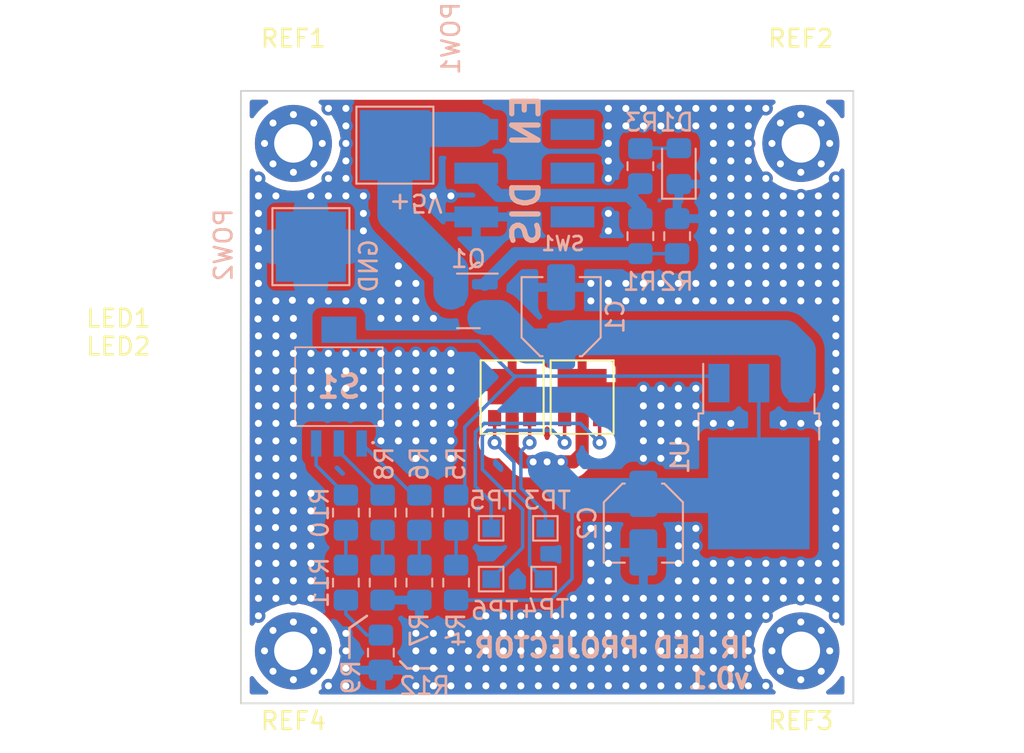
<source format=kicad_pcb>
(kicad_pcb (version 20210824) (generator pcbnew)
  (layers (0 "F.Cu" signal) (31 "B.Cu" signal) (34 "B.Paste" user) (35 "F.Paste" user) (36 "B.SilkS" user "B.Silkscreen") (37 "F.SilkS" user "F.Silkscreen") (38 "B.Mask" user) (39 "F.Mask" user) (44 "Edge.Cuts" user))
  (net 0 "")
  (net 1 "GND")
  (net 2 "Net-(D1-Pad2)")
  (net 3 "Net-(C1-Pad1)")
  (net 4 "+5V")
  (net 5 "Net-(C2-Pad1)")
  (net 6 "Net-(R4-Pad2)")
  (net 7 "Net-(R5-Pad2)")
  (net 8 "Net-(R6-Pad2)")
  (net 9 "Net-(R8-Pad2)")
  (net 10 "Net-(R10-Pad2)")
  (net 11 "Net-(R11-Pad2)")
  (net 12 "/2,4V")
  (net 13 "/2,6V")
  (net 14 "/2,8V")
  (net 15 "Net-(LED2-Pad1)")
  (net 16 "Net-(LED1-Pad1)")
  (net 17 "Net-(LED1-Pad3)")
  (net 18 "Net-(LED2-Pad3)")
  (net 19 "Net-(R1-Pad1)")
  (net 20 "Net-(Q1-Pad1)")
  (footprint "MountingHole:MountingHole_2.2mm_M2_Pad_Via" (layer "F.Cu") (at 103 132)
    (fp_text reference "REF4")
    (fp_text value "MountingHole_2.2mm_M2_Pad_Via")
  )
  (footprint "MountingHole:MountingHole_2.2mm_M2_Pad_Via" (layer "F.Cu") (at 103 103)
    (fp_text reference "REF1")
    (fp_text value "MountingHole_2.2mm_M2_Pad_Via")
  )
  (footprint "Belago1.1:Belago1.1" (layer "F.Cu") (at 119.5 117.5)
    (fp_text reference "LED2")
    (fp_text value "Belago1.1")
  )
  (footprint "MountingHole:MountingHole_2.2mm_M2_Pad_Via" (layer "F.Cu") (at 132 132)
    (fp_text reference "REF3")
    (fp_text value "MountingHole_2.2mm_M2_Pad_Via")
  )
  (footprint "Belago1.1:Belago1.1" (layer "F.Cu") (at 115.5 117.5)
    (fp_text reference "LED1")
    (fp_text value "Belago1.1")
  )
  (footprint "MountingHole:MountingHole_2.2mm_M2_Pad_Via" (layer "F.Cu") (at 132 103)
    (fp_text reference "REF2")
    (fp_text value "MountingHole_2.2mm_M2_Pad_Via")
  )
  (footprint "Resistor_SMD:R_0805_2012Metric_Pad1.20x1.40mm_HandSolder" (layer "B.Cu") (at 122.83 104.3 90)
    (fp_text reference "R3")
    (fp_text value "147")
  )
  (footprint "Resistor_SMD:R_0805_2012Metric_Pad1.20x1.40mm_HandSolder" (layer "B.Cu") (at 108.1 124.1 -90)
    (fp_text reference "R8")
    (fp_text value "1k")
  )
  (footprint "Resistor_SMD:R_0805_2012Metric_Pad1.20x1.40mm_HandSolder" (layer "B.Cu") (at 106 128.1 -90)
    (fp_text reference "R11")
    (fp_text value "200")
  )
  (footprint "TestPoint:TestPoint_Pad_1.0x1.0mm" (layer "B.Cu") (at 117.3 127.9 180)
    (fp_text reference "TP4")
    (fp_text value "TestPoint")
  )
  (footprint "TestPoint:TestPoint_Pad_1.0x1.0mm" (layer "B.Cu") (at 114.3 125 180)
    (fp_text reference "TP5")
    (fp_text value "TestPoint")
  )
  (footprint "TestPoint:TestPoint_Pad_4.0x4.0mm" (layer "B.Cu") (at 108.8 103.1 180)
    (fp_text reference "POW1")
    (fp_text value "TestPoint_Flag")
  )
  (footprint "Package_TO_SOT_SMD:SOT-23" (layer "B.Cu") (at 113 112 180)
    (fp_text reference "Q1")
    (fp_text value "TSM2301ACX")
  )
  (footprint "Capacitor_SMD:C_Elec_4x5.4" (layer "B.Cu") (at 118.3 112.9 90)
    (fp_text reference "C1")
    (fp_text value "10µF")
  )
  (footprint "Resistor_SMD:R_0805_2012Metric_Pad1.20x1.40mm_HandSolder" (layer "B.Cu") (at 124.93 108.3 90)
    (fp_text reference "R2")
    (fp_text value "1k")
  )
  (footprint "Resistor_SMD:R_0805_2012Metric_Pad1.20x1.40mm_HandSolder" (layer "B.Cu") (at 122.83 108.3 -90)
    (fp_text reference "R1")
    (fp_text value "100")
  )
  (footprint "JS202011SCQN:SW_JS202011SCQN" (layer "B.Cu") (at 116.2 104.7 90)
    (fp_text reference "SW1")
    (fp_text value "JS202011SCQN")
  )
  (footprint "Resistor_SMD:R_0805_2012Metric_Pad1.20x1.40mm_HandSolder" (layer "B.Cu") (at 112.3 124.1 90)
    (fp_text reference "R5")
    (fp_text value "100")
  )
  (footprint "TestPoint:TestPoint_Pad_1.0x1.0mm" (layer "B.Cu") (at 114.3 127.9 180)
    (fp_text reference "TP6")
    (fp_text value "TestPoint")
  )
  (footprint "Package_TO_SOT_SMD:TO-252-3_TabPin2" (layer "B.Cu") (at 129.6 120.9 -90)
    (fp_text reference "U1")
    (fp_text value "AZ1084-ADJ")
  )
  (footprint "Resistor_SMD:R_0805_2012Metric_Pad1.20x1.40mm_HandSolder" (layer "B.Cu") (at 106 124.1 -90)
    (fp_text reference "R10")
    (fp_text value "1k")
  )
  (footprint "Resistor_SMD:R_0805_2012Metric_Pad1.20x1.40mm_HandSolder" (layer "B.Cu") (at 110.2 124.1 -90)
    (fp_text reference "R6")
    (fp_text value "1k")
  )
  (footprint "Capacitor_SMD:C_Elec_4x5.4" (layer "B.Cu") (at 123 124.7 -90)
    (fp_text reference "C2")
    (fp_text value "22µF")
  )
  (footprint "Diode_SMD:D_0805_2012Metric_Pad1.15x1.40mm_HandSolder" (layer "B.Cu") (at 125.03 104.3 90)
    (fp_text reference "D1")
    (fp_text value "LED")
  )
  (footprint "Resistor_SMD:R_0805_2012Metric_Pad1.20x1.40mm_HandSolder" (layer "B.Cu") (at 110.2 128.1 -90)
    (fp_text reference "R7")
    (fp_text value "19,6")
  )
  (footprint "Resistor_SMD:R_0805_2012Metric_Pad1.20x1.40mm_HandSolder" (layer "B.Cu") (at 108 132.1 -90)
    (fp_text reference "R12")
    (fp_text value "200")
  )
  (footprint "Resistor_SMD:R_0805_2012Metric_Pad1.20x1.40mm_HandSolder" (layer "B.Cu") (at 108.1 128.1 -90)
    (fp_text reference "R9")
    (fp_text value "200")
  )
  (footprint "TestPoint:TestPoint_Pad_4.0x4.0mm" (layer "B.Cu") (at 104 108.9 180)
    (fp_text reference "POW2")
    (fp_text value "TestPoint_Flag")
  )
  (footprint "Resistor_SMD:R_0805_2012Metric_Pad1.20x1.40mm_HandSolder" (layer "B.Cu") (at 112.3 128.1 90)
    (fp_text reference "R4")
    (fp_text value "1k")
  )
  (footprint "CS-4-13NTB:CS413NTB" (layer "B.Cu") (at 105.6 116.9 180)
    (fp_text reference "S1")
    (fp_text value "CS-4-13NTB" hide)
  )
  (footprint "TestPoint:TestPoint_Pad_1.0x1.0mm" (layer "B.Cu") (at 117.4 125 180)
    (fp_text reference "TP3")
    (fp_text value "TestPoint")
  )
  (gr_line (start 106.2 130.7) (end 106.2 132.4) (layer "B.SilkS") (width 0.15))
  (gr_line (start 111.2 133) (end 109.5 133) (layer "B.SilkS") (width 0.15))
  (gr_line (start 107.2 130) (end 106.2 130.7) (layer "B.SilkS") (width 0.15))
  (gr_line (start 109.5 133) (end 109.1 132.6) (layer "B.SilkS") (width 0.15))
  (gr_line (start 135 135) (end 135 100) (layer "Edge.Cuts") (width 0.1))
  (gr_line (start 100 135) (end 135 135) (layer "Edge.Cuts") (width 0.1))
  (gr_line (start 100 100) (end 100 135) (layer "Edge.Cuts") (width 0.1))
  (gr_line (start 100 100) (end 135 100) (layer "Edge.Cuts") (width 0.1))
  (gr_text "+5V" (at 110 106.4 180) (layer "B.SilkS") (effects (font (size 1 1)) (justify mirror)))
  (gr_text "DIS" (at 116.3 107 90) (layer "B.SilkS") (effects (font (size 1.5 1.5) (thickness 0.3)) (justify mirror)))
  (gr_text "GND" (at 107.3 110 90) (layer "B.SilkS") (effects (font (size 1 1)) (justify mirror)))
  (gr_text "IR LED PROJECTOR\nv0.1" (at 129.2 132.7) (layer "B.SilkS") (effects (font (size 1.1 1.1) (thickness 0.25)) (justify left mirror)))
  (gr_text "EN" (at 116.3 101.7 90) (layer "B.SilkS") (effects (font (size 1.5 1.5) (thickness 0.3)) (justify mirror)))
  (via (at 111 132) (size 0.8) (drill 0.4) (layers "F.Cu" "B.Cu") (net 1))
  (via (at 127 134) (size 0.8) (drill 0.4) (layers "F.Cu" "B.Cu") (net 1))
  (via (at 121 111) (size 0.8) (drill 0.4) (layers "F.Cu" "B.Cu") (net 1))
  (via (at 103 121) (size 0.8) (drill 0.4) (layers "F.Cu" "B.Cu") (net 1))
  (via (at 101 111) (size 0.8) (drill 0.4) (layers "F.Cu" "B.Cu") (net 1))
  (via (at 132 108) (size 0.8) (drill 0.4) (layers "F.Cu" "B.Cu") (net 1))
  (via (at 119 129) (size 0.8) (drill 0.4) (layers "F.Cu" "B.Cu") (net 1))
  (via (at 114 132) (size 0.8) (drill 0.4) (layers "F.Cu" "B.Cu") (net 1))
  (via (at 127 108) (size 0.8) (drill 0.4) (layers "F.Cu" "B.Cu") (net 1))
  (via (at 110 113) (size 0.8) (drill 0.4) (layers "F.Cu" "B.Cu") (net 1))
  (via (at 131 106) (size 0.8) (drill 0.4) (layers "F.Cu" "B.Cu") (net 1))
  (via (at 102 115) (size 0.8) (drill 0.4) (layers "F.Cu" "B.Cu") (net 1))
  (via (at 104 125) (size 0.8) (drill 0.4) (layers "F.Cu" "B.Cu") (net 1))
  (via (at 128 128) (size 0.8) (drill 0.4) (layers "F.Cu" "B.Cu") (net 1))
  (via (at 125 120) (size 0.8) (drill 0.4) (layers "F.Cu" "B.Cu") (net 1))
  (via (at 105 106) (size 0.8) (drill 0.4) (layers "F.Cu" "B.Cu") (net 1))
  (via (at 129 110) (size 0.8) (drill 0.4) (layers "F.Cu" "B.Cu") (net 1))
  (via (at 134 116) (size 0.8) (drill 0.4) (layers "F.Cu" "B.Cu") (net 1))
  (via (at 101 106) (size 0.8) (drill 0.4) (layers "F.Cu" "B.Cu") (net 1))
  (via (at 128 112) (size 0.8) (drill 0.4) (layers "F.Cu" "B.Cu") (net 1))
  (via (at 126 129) (size 0.8) (drill 0.4) (layers "F.Cu" "B.Cu") (net 1))
  (via (at 109 119) (size 0.8) (drill 0.4) (layers "F.Cu" "B.Cu") (net 1))
  (via (at 109 112) (size 0.8) (drill 0.4) (layers "F.Cu" "B.Cu") (net 1))
  (via (at 121 130) (size 0.8) (drill 0.4) (layers "F.Cu" "B.Cu") (net 1))
  (via (at 102 114) (size 0.8) (drill 0.4) (layers "F.Cu" "B.Cu") (net 1))
  (via (at 125 111) (size 0.8) (drill 0.4) (layers "F.Cu" "B.Cu") (net 1))
  (via (at 129 129) (size 0.8) (drill 0.4) (layers "F.Cu" "B.Cu") (net 1))
  (via (at 123 131) (size 0.8) (drill 0.4) (layers "F.Cu" "B.Cu") (net 1))
  (via (at 101 128) (size 0.8) (drill 0.4) (layers "F.Cu" "B.Cu") (net 1))
  (via (at 122 101) (size 0.8) (drill 0.4) (layers "F.Cu" "B.Cu") (net 1))
  (via (at 103 120) (size 0.8) (drill 0.4) (layers "F.Cu" "B.Cu") (net 1))
  (via (at 110 117) (size 0.8) (drill 0.4) (layers "F.Cu" "B.Cu") (net 1))
  (via (at 133 108) (size 0.8) (drill 0.4) (layers "F.Cu" "B.Cu") (net 1))
  (via (at 127 106) (size 0.8) (drill 0.4) (layers "F.Cu" "B.Cu") (net 1))
  (via (at 127 107) (size 0.8) (drill 0.4) (layers "F.Cu" "B.Cu") (net 1))
  (via (at 131 108) (size 0.8) (drill 0.4) (layers "F.Cu" "B.Cu") (net 1))
  (via (at 109 111) (size 0.8) (drill 0.4) (layers "F.Cu" "B.Cu") (net 1))
  (via (at 134 113) (size 0.8) (drill 0.4) (layers "F.Cu" "B.Cu") (net 1))
  (via (at 128 132) (size 0.8) (drill 0.4) (layers "F.Cu" "B.Cu") (net 1))
  (via (at 101 116) (size 0.8) (drill 0.4) (layers "F.Cu" "B.Cu") (net 1))
  (via (at 106 104) (size 0.8) (drill 0.4) (layers "F.Cu" "B.Cu") (net 1))
  (via (at 128 101) (size 0.8) (drill 0.4) (layers "F.Cu" "B.Cu") (net 1))
  (via (at 124 112) (size 0.8) (drill 0.4) (layers "F.Cu" "B.Cu") (net 1))
  (via (at 101 105) (size 0.8) (drill 0.4) (layers "F.Cu" "B.Cu") (net 1))
  (via (at 124 120) (size 0.8) (drill 0.4) (layers "F.Cu" "B.Cu") (net 1))
  (via (at 111 116) (size 0.8) (drill 0.4) (layers "F.Cu" "B.Cu") (net 1))
  (via (at 104 118) (size 0.8) (drill 0.4) (layers "F.Cu" "B.Cu") (net 1))
  (via (at 113 134) (size 0.8) (drill 0.4) (layers "F.Cu" "B.Cu") (net 1))
  (via (at 122 130) (size 0.8) (drill 0.4) (layers "F.Cu" "B.Cu") (net 1))
  (via (at 110.987376 105.992459) (size 0.8) (drill 0.4) (layers "F.Cu" "B.Cu") (net 1))
  (via (at 130 109) (size 0.8) (drill 0.4) (layers "F.Cu" "B.Cu") (net 1))
  (via (at 127 103) (size 0.8) (drill 0.4) (layers "F.Cu" "B.Cu") (net 1))
  (via (at 112 133) (size 0.8) (drill 0.4) (layers "F.Cu" "B.Cu") (net 1))
  (via (at 110 119) (size 0.8) (drill 0.4) (layers "F.Cu" "B.Cu") (net 1))
  (via (at 134 107) (size 0.8) (drill 0.4) (layers "F.Cu" "B.Cu") (net 1))
  (via (at 134 110) (size 0.8) (drill 0.4) (layers "F.Cu" "B.Cu") (net 1))
  (via (at 121 112) (size 0.8) (drill 0.4) (layers "F.Cu" "B.Cu") (net 1))
  (via (at 105 116) (size 0.8) (drill 0.4) (layers "F.Cu" "B.Cu") (net 1))
  (via (at 125 101) (size 0.8) (drill 0.4) (layers "F.Cu" "B.Cu") (net 1))
  (via (at 106 117) (size 0.8) (drill 0.4) (layers "F.Cu" "B.Cu") (net 1))
  (via (at 128 119) (size 0.8) (drill 0.4) (layers "F.Cu" "B.Cu") (net 1))
  (via (at 134 128) (size 0.8) (drill 0.4) (layers "F.Cu" "B.Cu") (net 1))
  (via (at 118 133) (size 0.8) (drill 0.4) (layers "F.Cu" "B.Cu") (net 1))
  (via (at 126 117) (size 0.8) (drill 0.4) (layers "F.Cu" "B.Cu") (net 1))
  (via (at 118 134) (size 0.8) (drill 0.4) (layers "F.Cu" "B.Cu") (net 1))
  (via (at 127 130) (size 0.8) (drill 0.4) (layers "F.Cu" "B.Cu") (net 1))
  (via (at 129 133) (size 0.8) (drill 0.4) (layers "F.Cu" "B.Cu") (net 1))
  (via (at 107 107) (size 0.8) (drill 0.4) (layers "F.Cu" "B.Cu") (net 1))
  (via (at 126 119) (size 0.8) (drill 0.4) (layers "F.Cu" "B.Cu") (net 1))
  (via (at 114 130) (size 0.8) (drill 0.4) (layers "F.Cu" "B.Cu") (net 1))
  (via (at 108 115) (size 0.8) (drill 0.4) (layers "F.Cu" "B.Cu") (net 1))
  (via (at 105 117) (size 0.8) (drill 0.4) (layers "F.Cu" "B.Cu") (net 1))
  (via (at 118 130) (size 0.8) (drill 0.4) (layers "F.Cu" "B.Cu") (net 1))
  (via (at 132 110) (size 0.8) (drill 0.4) (layers "F.Cu" "B.Cu") (net 1))
  (via (at 134 115) (size 0.8) (drill 0.4) (layers "F.Cu" "B.Cu") (net 1))
  (via (at 134 117) (size 0.8) (drill 0.4) (layers "F.Cu" "B.Cu") (net 1))
  (via (at 120 112) (size 0.8) (drill 0.4) (layers "F.Cu" "B.Cu") (net 1))
  (via (at 128 103) (size 0.8) (drill 0.4) (layers "F.Cu" "B.Cu") (net 1))
  (via (at 133 128) (size 0.8) (drill 0.4) (layers "F.Cu" "B.Cu") (net 1))
  (via (at 127 129) (size 0.8) (drill 0.4) (layers "F.Cu" "B.Cu") (net 1))
  (via (at 132 128) (size 0.8) (drill 0.4) (layers "F.Cu" "B.Cu") (net 1))
  (via (at 108 120) (size 0.8) (drill 0.4) (layers "F.Cu" "B.Cu") (net 1))
  (via (at 129 127) (size 0.8) (drill 0.4) (layers "F.Cu" "B.Cu") (net 1))
  (via (at 131 111) (size 0.8) (drill 0.4) (layers "F.Cu" "B.Cu") (net 1))
  (via (at 101 125) (size 0.8) (drill 0.4) (layers "F.Cu" "B.Cu") (net 1))
  (via (at 103 114) (size 0.8) (drill 0.4) (layers "F.Cu" "B.Cu") (net 1))
  (via (at 112 132) (size 0.8) (drill 0.4) (layers "F.Cu" "B.Cu") (net 1))
  (via (at 129 105) (size 0.8) (drill 0.4) (layers "F.Cu" "B.Cu") (net 1))
  (via (at 130 127) (size 0.8) (drill 0.4) (layers "F.Cu" "B.Cu") (net 1))
  (via (at 130 111) (size 0.8) (drill 0.4) (layers "F.Cu" "B.Cu") (net 1))
  (via (at 101 130) (size 0.8) (drill 0.4) (layers "F.Cu" "B.Cu") (net 1))
  (via (at 125 127) (size 0.8) (drill 0.4) (layers "F.Cu" "B.Cu") (net 1))
  (via (at 105 134) (size 0.8) (drill 0.4) (layers "F.Cu" "B.Cu") (net 1))
  (via (at 101 129) (size 0.8) (drill 0.4) (layers "F.Cu" "B.Cu") (net 1))
  (via (at 120 128) (size 0.8) (drill 0.4) (layers "F.Cu" "B.Cu") (net 1))
  (via (at 119 132) (size 0.8) (drill 0.4) (layers "F.Cu" "B.Cu") (net 1))
  (via (at 123 119) (size 0.8) (drill 0.4) (layers "F.Cu" "B.Cu") (net 1))
  (via (at 101 118) (size 0.8) (drill 0.4) (layers "F.Cu" "B.Cu") (net 1))
  (via (at 104 106) (size 0.8) (drill 0.4) (layers "F.Cu" "B.Cu") (net 1))
  (via (at 134 123) (size 0.8) (drill 0.4) (layers "F.Cu" "B.Cu") (net 1))
  (via (at 101 121) (size 0.8) (drill 0.4) (layers "F.Cu" "B.Cu") (net 1))
  (via (at 108 117) (size 0.8) (drill 0.4) (layers "F.Cu" "B.Cu") (net 1))
  (via (at 120 133) (size 0.8) (drill 0.4) (layers "F.Cu" "B.Cu") (net 1))
  (via (at 126 125) (size 0.8) (drill 0.4) (layers "F.Cu" "B.Cu") (net 1))
  (via (at 107 117) (size 0.8) (drill 0.4) (layers "F.Cu" "B.Cu") (net 1))
  (via (at 130 112) (size 0.8) (drill 0.4) (layers "F.Cu" "B.Cu") (net 1))
  (via (at 112 119) (size 0.8) (drill 0.4) (layers "F.Cu" "B.Cu") (net 1))
  (via (at 122 129) (size 0.8) (drill 0.4) (layers "F.Cu" "B.Cu") (net 1))
  (via (at 115 131) (size 0.8) (drill 0.4) (layers "F.Cu" "B.Cu") (net 1))
  (via (at 111 113) (size 0.8) (drill 0.4) (layers "F.Cu" "B.Cu") (net 1))
  (via (at 121 131) (size 0.8) (drill 0.4) (layers "F.Cu" "B.Cu") (net 1))
  (via (at 105 112) (size 0.8) (drill 0.4) (layers "F.Cu" "B.Cu") (net 1))
  (via (at 130 108) (size 0.8) (drill 0.4) (layers "F.Cu" "B.Cu") (net 1))
  (via (at 129 112) (size 0.8) (drill 0.4) (layers "F.Cu" "B.Cu") (net 1))
  (via (at 121 126) (size 0.8) (drill 0.4) (layers "F.Cu" "B.Cu") (net 1))
  (via (at 125 121) (size 0.8) (drill 0.4) (layers "F.Cu" "B.Cu") (net 1))
  (via (at 101 126) (size 0.8) (drill 0.4) (layers "F.Cu" "B.Cu") (net 1))
  (via (at 111 115) (size 0.8) (drill 0.4) (layers "F.Cu" "B.Cu") (net 1))
  (via (at 128 105) (size 0.8) (drill 0.4) (layers "F.Cu" "B.Cu") (net 1))
  (via (at 117 134) (size 0.8) (drill 0.4) (layers "F.Cu" "B.Cu") (net 1))
  (via (at 120 131) (size 0.8) (drill 0.4) (layers "F.Cu" "B.Cu") (net 1))
  (via (at 131 109) (size 0.8) (drill 0.4) (layers "F.Cu" "B.Cu") (net 1))
  (via (at 134 130) (size 0.8) (drill 0.4) (layers "F.Cu" "B.Cu") (net 1))
  (via (at 132 111) (size 0.8) (drill 0.4) (layers "F.Cu" "B.Cu") (net 1))
  (via (at 126 126) (size 0.8) (drill 0.4) (layers "F.Cu" "B.Cu") (net 1))
  (via (at 129 104) (size 0.8) (drill 0.4) (layers "F.Cu" "B.Cu") (net 1))
  (via (at 129 107) (size 0.8) (drill 0.4) (layers "F.Cu" "B.Cu") (net 1))
  (via (at 117 132) (size 0.8) (drill 0.4) (layers "F.Cu" "B.Cu") (net 1))
  (via (at 133 110) (size 0.8) (drill 0.4) (layers "F.Cu" "B.Cu") (net 1))
  (via (at 111 133) (size 0.8) (drill 0.4) (layers "F.Cu" "B.Cu") (net 1))
  (via (at 127 102) (size 0.8) (drill 0.4) (layers "F.Cu" "B.Cu") (net 1))
  (via (at 124 133) (size 0.8) (drill 0.4) (layers "F.Cu" "B.Cu") (net 1))
  (via (at 120 111) (size 0.8) (drill 0.4) (layers "F.Cu" "B.Cu") (net 1))
  (via (at 122 131) (size 0.8) (drill 0.4) (layers "F.Cu" "B.Cu") (net 1))
  (via (at 117 131) (size 0.8) (drill 0.4) (layers "F.Cu" "B.Cu") (net 1))
  (via (at 103 122) (size 0.8) (drill 0.4) (layers "F.Cu" "B.Cu") (net 1))
  (via (at 110 120) (size 0.8) (drill 0.4) (layers "F.Cu" "B.Cu") (net 1))
  (via (at 121 105) (size 0.8) (drill 0.4) (layers "F.Cu" "B.Cu") (net 1))
  (via (at 127 109) (size 0.8) (drill 0.4) (layers "F.Cu" "B.Cu") (net 1))
  (via (at 120 130) (size 0.8) (drill 0.4) (layers "F.Cu" "B.Cu") (net 1))
  (via (at 134 118) (size 0.8) (drill 0.4) (layers "F.Cu" "B.Cu") (net 1))
  (via (at 124 119) (size 0.8) (drill 0.4) (layers "F.Cu" "B.Cu") (net 1))
  (via (at 126 133) (size 0.8) (drill 0.4) (layers "F.Cu" "B.Cu") (net 1))
  (via (at 129 111) (size 0.8) (drill 0.4) (layers "F.Cu" "B.Cu") (net 1))
  (via (at 128 129) (size 0.8) (drill 0.4) (layers "F.Cu" "B.Cu") (net 1))
  (via (at 102 124) (size 0.8) (drill 0.4) (layers "F.Cu" "B.Cu") (net 1))
  (via (at 121 128) (size 0.8) (drill 0.4) (layers "F.Cu" "B.Cu") (net 1))
  (via (at 105 115) (size 0.8) (drill 0.4) (layers "F.Cu" "B.Cu") (net 1))
  (via (at 102 120) (size 0.8) (drill 0.4) (layers "F.Cu" "B.Cu") (net 1))
  (via (at 118 132) (size 0.8) (drill 0.4) (layers "F.Cu" "B.Cu") (net 1))
  (via (at 115 133) (size 0.8) (drill 0.4) (layers "F.Cu" "B.Cu") (net 1))
  (via (at 115 134) (size 0.8) (drill 0.4) (layers "F.Cu" "B.Cu") (net 1))
  (via (at 125 134) (size 0.8) (drill 0.4) (layers "F.Cu" "B.Cu") (net 1))
  (via (at 105 101) (size 0.8) (drill 0.4) (layers "F.Cu" "B.Cu") (net 1))
  (via (at 120 134) (size 0.8) (drill 0.4) (layers "F.Cu" "B.Cu") (net 1))
  (via (at 123 101) (size 0.8) (drill 0.4) (layers "F.Cu" "B.Cu") (net 1))
  (via (at 110 134) (size 0.8) (drill 0.4) (layers "F.Cu" "B.Cu") (net 1))
  (via (at 106 102) (size 0.8) (drill 0.4) (layers "F.Cu" "B.Cu") (net 1))
  (via (at 110 115) (size 0.8) (drill 0.4) (layers "F.Cu" "B.Cu") (net 1))
  (via (at 123 130) (size 0.8) (drill 0.4) (layers "F.Cu" "B.Cu") (net 1))
  (via (at 133 107) (size 0.8) (drill 0.4) (layers "F.Cu" "B.Cu") (net 1))
  (via (at 111 117) (size 0.8) (drill 0.4) (layers "F.Cu" "B.Cu") (net 1))
  (via (at 128 134) (size 0.8) (drill 0.4) (layers "F.Cu" "B.Cu") (net 1))
  (via (at 122 102) (size 0.8) (drill 0.4) (layers "F.Cu" "B.Cu") (net 1))
  (via (at 123 132) (size 0.8) (drill 0.4) (layers "F.Cu" "B.Cu") (net 1))
  (via (at 106 101) (size 0.8) (drill 0.4) (layers "F.Cu" "B.Cu") (net 1))
  (via (at 128 111) (size 0.8) (drill 0.4) (layers "F.Cu" "B.Cu") (net 1))
  (via (at 104 128) (size 0.8) (drill 0.4) (layers "F.Cu" "B.Cu") (net 1))
  (via (at 109 110) (size 0.8) (drill 0.4) (layers "F.Cu" "B.Cu") (net 1))
  (via (at 121 132) (size 0.8) (drill 0.4) (layers "F.Cu" "B.Cu") (net 1))
  (via (at 117 133) (size 0.8) (drill 0.4) (layers "F.Cu" "B.Cu") (net 1))
  (via (at 107 116) (size 0.8) (drill 0.4) (layers "F.Cu" "B.Cu") (net 1))
  (via (at 113 132) (size 0.8) (drill 0.4) (layers "F.Cu" "B.Cu") (net 1))
  (via (at 130 134) (size 0.8) (drill 0.4) (layers "F.Cu" "B.Cu") (net 1))
  (via (at 126 128) (size 0.8) (drill 0.4) (layers "F.Cu" "B.Cu") (net 1))
  (via (at 125 130) (size 0.8) (drill 0.4) (layers "F.Cu" "B.Cu") (net 1))
  (via (at 123 129) (size 0.8) (drill 0.4) (layers "F.Cu" "B.Cu") (net 1))
  (via (at 126 132) (size 0.8) (drill 0.4) (layers "F.Cu" "B.Cu") (net 1))
  (via (at 110 112) (size 0.8) (drill 0.4) (layers "F.Cu" "B.Cu") (net 1))
  (via (at 107 112) (size 0.8) (drill 0.4) (layers "F.Cu" "B.Cu") (net 1))
  (via (at 102 118) (size 0.8) (drill 0.4) (layers "F.Cu" "B.Cu") (net 1))
  (via (at 107 118) (size 0.8) (drill 0.4) (layers "F.Cu" "B.Cu") (net 1))
  (via (at 110 118) (size 0.8) (drill 0.4) (layers "F.Cu" "B.Cu") (net 1))
  (via (at 108 116) (size 0.8) (drill 0.4) (layers "F.Cu" "B.Cu") (net 1))
  (via (at 104 126) (size 0.8) (drill 0.4) (layers "F.Cu" "B.Cu") (net 1))
  (via (at 109 113) (size 0.8) (drill 0.4) (layers "F.Cu" "B.Cu") (net 1))
  (via (at 124 102) (size 0.8) (drill 0.4) (layers "F.Cu" "B.Cu") (net 1))
  (via (at 109 117) (size 0.8) (drill 0.4) (layers "F.Cu" "B.Cu") (net 1))
  (via (at 103 116) (size 0.8) (drill 0.4) (layers "F.Cu" "B.Cu") (net 1))
  (via (at 129 132) (size 0.8) (drill 0.4) (layers "F.Cu" "B.Cu") (net 1))
  (via (at 103 118) (size 0.8) (drill 0.4) (layers "F.Cu" "B.Cu") (net 1))
  (via (at 121 103) (size 0.8) (drill 0.4) (layers "F.Cu" "B.Cu") (net 1))
  (via (at 132 107) (size 0.8) (drill 0.4) (layers "F.Cu" "B.Cu") (net 1))
  (via (at 105 105) (size 0.8) (drill 0.4) (layers "F.Cu" "B.Cu") (net 1))
  (via (at 121 127) (size 0.8) (drill 0.4) (layers "F.Cu" "B.Cu") (net 1))
  (via (at 103 128) (size 0.8) (drill 0.4) (layers "F.Cu" "B.Cu") (net 1))
  (via (at 102 128) (size 0.8) (drill 0.4) (layers "F.Cu" "B.Cu") (net 1))
  (via (at 121 107) (size 0.8) (drill 0.4) (layers "F.Cu" "B.Cu") (net 1))
  (via (at 130 106) (size 0.8) (drill 0.4) (layers "F.Cu" "B.Cu") (net 1))
  (via (at 114 134) (size 0.8) (drill 0.4) (layers "F.Cu" "B.Cu") (net 1))
  (via (at 106 116) (size 0.8) (drill 0.4) (layers "F.Cu" "B.Cu") (net 1))
  (via (at 116 130) (size 0.8) (drill 0.4) (layers "F.Cu" "B.Cu") (net 1))
  (via (at 102 113) (size 0.8) (drill 0.4) (layers "F.Cu" "B.Cu") (net 1))
  (via (at 102 119) (size 0.8) (drill 0.4) (layers "F.Cu" "B.Cu") (net 1))
  (via (at 125 133) (size 0.8) (drill 0.4) (layers "F.Cu" "B.Cu") (net 1))
  (via (at 113 131) (size 0.8) (drill 0.4) (layers "F.Cu" "B.Cu") (net 1))
  (via (at 101 117) (size 0.8) (drill 0.4) (layers "F.Cu" "B.Cu") (net 1))
  (via (at 134 125) (size 0.8) (drill 0.4) (layers "F.Cu" "B.Cu") (net 1))
  (via (at 122 111) (size 0.8) (drill 0.4) (layers "F.Cu" "B.Cu") (net 1))
  (via (at 123 134) (size 0.8) (drill 0.4) (layers "F.Cu" "B.Cu") (net 1))
  (via (at 127 128) (size 0.8) (drill 0.4) (layers "F.Cu" "B.Cu") (net 1))
  (via (at 124 131) (size 0.8) (drill 0.4) (layers "F.Cu" "B.Cu") (net 1))
  (via (at 111 120) (size 0.8) (drill 0.4) (layers "F.Cu" "B.Cu") (net 1))
  (via (at 121 134) (size 0.8) (drill 0.4) (layers "F.Cu" "B.Cu") (net 1))
  (via (at 102 106) (size 0.8) (drill 0.4) (layers "F.Cu" "B.Cu") (net 1))
  (via (at 114 133) (size 0.8) (drill 0.4) (layers "F.Cu" "B.Cu") (net 1))
  (via (at 106 118) (size 0.8) (drill 0.4) (layers "F.Cu" "B.Cu") (net 1))
  (via (at 101 119) (size 0.8) (drill 0.4) (layers "F.Cu" "B.Cu") (net 1))
  (via (at 121 129) (size 0.8) (drill 0.4) (layers "F.Cu" "B.Cu") (net 1))
  (via (at 130 129) (size 0.8) (drill 0.4) (layers "F.Cu" "B.Cu") (net 1))
  (via (at 121 104) (size 0.8) (drill 0.4) (layers "F.Cu" "B.Cu") (net 1))
  (via (at 103 115) (size 0.8) (drill 0.4) (layers "F.Cu" "B.Cu") (net 1))
  (via (at 105 118) (size 0.8) (drill 0.4) (layers "F.Cu" "B.Cu") (net 1))
  (via (at 126 131) (size 0.8) (drill 0.4) (layers "F.Cu" "B.Cu") (net 1))
  (via (at 127 119) (size 0.8) (drill 0.4) (layers "F.Cu" "B.Cu") (net 1))
  (via (at 124 132) (size 0.8) (drill 0.4) (layers "F.Cu" "B.Cu") (net 1))
  (via (at 129 102) (size 0.8) (drill 0.4) (layers "F.Cu" "B.Cu") (net 1))
  (via (at 134 124) (size 0.8) (drill 0.4) (layers "F.Cu" "B.Cu") (net 1))
  (via (at 134 109) (size 0.8) (drill 0.4) (layers "F.Cu" "B.Cu") (net 1))
  (via (at 129 109) (size 0.8) (drill 0.4) (layers "F.Cu" "B.Cu") (net 1))
  (via (at 125 129) (size 0.8) (drill 0.4) (layers "F.Cu" "B.Cu") (net 1))
  (via (at 131 119) (size 0.8) (drill 0.4) (layers "F.Cu" "B.Cu") (net 1))
  (via (at 124 134) (size 0.8) (drill 0.4) (layers "F.Cu" "B.Cu") (net 1))
  (via (at 101 124) (size 0.8) (drill 0.4) (layers "F.Cu" "B.Cu") (net 1))
  (via (at 134 106) (size 0.8) (drill 0.4) (layers "F.Cu" "B.Cu") (net 1))
  (via (at 127 133) (size 0.8) (drill 0.4) (layers "F.Cu" "B.Cu") (net 1))
  (via (at 129 128) (size 0.8) (drill 0.4) (layers "F.Cu" "B.Cu") (net 1))
  (via (at 104 129) (size 0.8) (drill 0.4) (layers "F.Cu" "B.Cu") (net 1))
  (via (at 106.998952 107.995895) (size 0.8) (drill 0.4) (layers "F.Cu" "B.Cu") (net 1))
  (via (at 134 111) (size 0.8) (drill 0.4) (layers "F.Cu" "B.Cu") (net 1))
  (via (at 134 129) (size 0.8) (drill 0.4) (layers "F.Cu" "B.Cu") (net 1))
  (via (at 122 133) (size 0.8) (drill 0.4) (layers "F.Cu" "B.Cu") (net 1))
  (via (at 106 133) (size 0.8) (drill 0.4) (layers "F.Cu" "B.Cu") (net 1))
  (via (at 108 118) (size 0.8) (drill 0.4) (layers "F.Cu" "B.Cu") (net 1))
  (via (at 110 116) (size 0.8) (drill 0.4) (layers "F.Cu" "B.Cu") (net 1))
  (via (at 123 121) (size 0.8) (drill 0.4) (layers "F.Cu" "B.Cu") (net 1))
  (via (at 115 130) (size 0.8) (drill 0.4) (layers "F.Cu" "B.Cu") (net 1))
  (via (at 125 128) (size 0.8) (drill 0.4) (layers "F.Cu" "B.Cu") (net 1))
  (via (at 127 110) (size 0.8) (drill 0.4) (layers "F.Cu" "B.Cu") (net 1))
  (via (at 133 111) (size 0.8) (drill 0.4) (layers "F.Cu" "B.Cu") (net 1))
  (via (at 129 131) (size 0.8) (drill 0.4) (layers "F.Cu" "B.Cu") (net 1))
  (via (at 134 120) (size 0.8) (drill 0.4) (layers "F.Cu" "B.Cu") (net 1))
  (via (at 131 127) (size 0.8) (drill 0.4) (layers "F.Cu" "B.Cu") (net 1))
  (via (at 125 102) (size 0.8) (drill 0.4) (layers "F.Cu" "B.Cu") (net 1))
  (via (at 102 123) (size 0.8) (drill 0.4) (layers "F.Cu" "B.Cu") (net 1))
  (via (at 128 108) (size 0.8) (drill 0.4) (layers "F.Cu" "B.Cu") (net 1))
  (via (at 111 119) (size 0.8) (drill 0.4) (layers "F.Cu" "B.Cu") (net 1))
  (via (at 114 131) (size 0.8) (drill 0.4) (layers "F.Cu" "B.Cu") (net 1))
  (via (at 111 134) (size 0.8) (drill 0.4) (layers "F.Cu" "B.Cu") (net 1))
  (via (at 133 129) (size 0.8) (drill 0.4) (layers "F.Cu" "B.Cu") (net 1))
  (via (at 128 104) (size 0.8) (drill 0.4) (layers "F.Cu" "B.Cu") (net 1))
  (via (at 123 120) (size 0.8) (drill 0.4) (layers "F.Cu" "B.Cu") (net 1))
  (via (at 133 109) (size 0.8) (drill 0.4) (layers "F.Cu" "B.Cu") (net 1))
  (via (at 126 101) (size 0.8) (drill 0.4) (layers "F.Cu" "B.Cu") (net 1))
  (via (at 134 114) (size 0.8) (drill 0.4) (layers "F.Cu" "B.Cu") (net 1))
  (via (at 100.974489 113.03431) (size 0.8) (drill 0.4) (layers "F.Cu" "B.Cu") (net 1))
  (via (at 116 131) (size 0.8) (drill 0.4) (layers "F.Cu" "B.Cu") (net 1))
  (via (at 102 117) (size 0.8) (drill 0.4) (layers "F.Cu" "B.Cu") (net 1))
  (via (at 132 129) (size 0.8) (drill 0.4) (layers "F.Cu" "B.Cu") (net 1))
  (via (at 127 127) (size 0.8) (drill 0.4) (layers "F.Cu" "B.Cu") (net 1))
  (via (at 134 108) (size 0.8) (drill 0.4) (layers "F.Cu" "B.Cu") (net 1))
  (via (at 126 134) (size 0.8) (drill 0.4) (layers "F.Cu" "B.Cu") (net 1))
  (via (at 106 103) (size 0.8) (drill 0.4) (layers "F.Cu" "B.Cu") (net 1))
  (via (at 123 118) (size 0.8) (drill 0.4) (layers "F.Cu" "B.Cu") (net 1))
  (via (at 103 127) (size 0.8) (drill 0.4) (layers "F.Cu" "B.Cu") (net 1))
  (via (at 101 108) (size 0.8) (drill 0.4) (layers "F.Cu" "B.Cu") (net 1))
  (via (at 134 126) (size 0.8) (drill 0.4) (layers "F.Cu" "B.Cu") (net 1))
  (via (at 129 103) (size 0.8) (drill 0.4) (layers "F.Cu" "B.Cu") (net 1))
  (via (at 134 119) (size 0.8) (drill 0.4) (layers "F.Cu" "B.Cu") (net 1))
  (via (at 121 125) (size 0.8) (drill 0.4) (layers "F.Cu" "B.Cu") (net 1))
  (via (at 126 111) (size 0.8) (drill 0.4) (layers "F.Cu" "B.Cu") (net 1))
  (via (at 130 107) (size 0.8) (drill 0.4) (layers "F.Cu" "B.Cu") (net 1))
  (via (at 108 112) (size 0.8) (drill 0.4) (layers "F.Cu" "B.Cu") (net 1))
  (via (at 106 115) (size 0.8) (drill 0.4) (layers "F.Cu" "B.Cu") (net 1))
  (via (at 112 118) (size 0.8) (drill 0.4) (layers "F.Cu" "B.Cu") (net 1))
  (via (at 107 115) (size 0.8) (drill 0.4) (layers "F.Cu" "B.Cu") (net 1))
  (via (at 129 130) (size 0.8) (drill 0.4) (layers "F.Cu" "B.Cu") (net 1))
  (via (at 130 130) (size 0.8) (drill 0.4) (layers "F.Cu" "B.Cu") (net 1))
  (via (at 119 131) (size 0.8) (drill 0.4) (layers "F.Cu" "B.Cu") (net 1))
  (via (at 104 116) (size 0.8) (drill 0.4) (layers "F.Cu" "B.Cu") (net 1))
  (via (at 125 117) (size 0.8) (drill 0.4) (layers "F.Cu" "B.Cu") (net 1))
  (via (at 131 110) (size 0.8) (drill 0.4) (layers "F.Cu" "B.Cu") (net 1))
  (via (at 129 101) (size 0.8) (drill 0.4) (layers "F.Cu" "B.Cu") (net 1))
  (via (at 127 131) (size 0.8) (drill 0.4) (layers "F.Cu" "B.Cu") (net 1))
  (via (at 110 131) (size 0.8) (drill 0.4) (layers "F.Cu" "B.Cu") (net 1))
  (via (at 112 117) (size 0.8) (drill 0.4) (layers "F.Cu" "B.Cu") (net 1))
  (via (at 126 102) (size 0.8) (drill 0.4) (layers "F.Cu" "B.Cu") (net 1))
  (via (at 122 134) (size 0.8) (drill 0.4) (layers "F.Cu" "B.Cu") (net 1))
  (via (at 124 130) (size 0.8) (drill 0.4) (layers "F.Cu" "B.Cu") (net 1))
  (via (at 112 116) (size 0.8) (drill 0.4) (layers "F.Cu" "B.Cu") (net 1))
  (via (at 110 121) (size 0.8) (drill 0.4) (layers "F.Cu" "B.Cu") (net 1))
  (via (at 111 131) (size 0.8) (drill 0.4) (layers "F.Cu" "B.Cu") (net 1))
  (via (at 121 102) (size 0.8) (drill 0.4) (layers "F.Cu" "B.Cu") (net 1))
  (via (at 127 132) (size 0.8) (drill 0.4) (layers "F.Cu" "B.Cu") (net 1))
  (via (at 107 106) (size 0.8) (drill 0.4) (layers "F.Cu" "B.Cu") (net 1))
  (via (at 102.942101 111.964072) (size 0.8) (drill 0.4) (layers "F.Cu" "B.Cu") (net 1))
  (via (at 104 117) (size 0.8) (drill 0.4) (layers "F.Cu" "B.Cu") (net 1))
  (via (at 110 133) (size 0.8) (drill 0.4) (layers "F.Cu" "B.Cu") (net 1))
  (via (at 120 126) (size 0.8) (drill 0.4) (layers "F.Cu" "B.Cu") (net 1))
  (via (at 111 121) (size 0.8) (drill 0.4) (layers "F.Cu" "B.Cu") (net 1))
  (via (at 120 129) (size 0.8) (drill 0.4) (layers "F.Cu" "B.Cu") (net 1))
  (via (at 115 132) (size 0.8) (drill 0.4) (layers "F.Cu" "B.Cu") (net 1))
  (via (at 112 115) (size 0.8) (drill 0.4) (layers "F.Cu" "B.Cu") (net 1))
  (via (at 108 119) (size 0.8) (drill 0.4) (layers "F.Cu" "B.Cu") (net 1))
  (via (at 102 126) (size 0.8) (drill 0.4) (layers "F.Cu" "B.Cu") (net 1))
  (via (at 110 132) (size 0.8) (drill 0.4) (layers "F.Cu" "B.Cu") (net 1))
  (via (at 121 101) (size 0.8) (drill 0.4) (layers "F.Cu" "B.Cu") (net 1))
  (via (at 125 112) (size 0.8) (drill 0.4) (layers "F.Cu" "B.Cu") (net 1))
  (via (at 101 110) (size 0.8) (drill 0.4) (layers "F.Cu" "B.Cu") (net 1))
  (via (at 127 112) (size 0.8) (drill 0.4) (layers "F.Cu" "B.Cu") (net 1))
  (via (at 104 124) (size 0.8) (drill 0.4) (layers "F.Cu" "B.Cu") (net 1))
  (via (at 102 122) (size 0.8) (drill 0.4) (layers "F.Cu" "B.Cu") (net 1))
  (via (at 106 134) (size 0.8) (drill 0.4) (layers "F.Cu" "B.Cu") (net 1))
  (via (at 131 112) (size 0.8) (drill 0.4) (layers "F.Cu" "B.Cu") (net 1))
  (via (at 128 107) (size 0.8) (drill 0.4) (layers "F.Cu" "B.Cu") (net 1))
  (via (at 102 116) (size 0.8) (drill 0.4) (layers "F.Cu" "B.Cu") (net 1))
  (via (at 125 132) (size 0.8) (drill 0.4) (layers "F.Cu" "B.Cu") (net 1))
  (via (at 103 126) (size 0.8) (drill 0.4) (layers "F.Cu" "B.Cu") (net 1))
  (via (at 134 127) (size 0.8) (drill 0.4) (layers "F.Cu" "B.Cu") (net 1))
  (via (at 101 120) (size 0.8) (drill 0.4) (layers "F.Cu" "B.Cu") (net 1))
  (via (at 106 112) (size 0.8) (drill 0.4) (layers "F.Cu" "B.Cu") (net 1))
  (via (at 121 108) (size 0.8) (drill 0.4) (layers "F.Cu" "B.Cu") (net 1))
  (via (at 119 134) (size 0.8) (drill 0.4) (layers "F.Cu" "B.Cu") (net 1))
  (via (at 104 127) (size 0.8) (drill 0.4) (layers "F.Cu" "B.Cu") (net 1))
  (via (at 103 113) (size 0.8) (drill 0.4) (layers "F.Cu" "B.Cu") (net 1))
  (via (at 128 110) (size 0.8) (drill 0.4) (layers "F.Cu" "B.Cu") (net 1))
  (via (at 126 118) (size 0.8) (drill 0.4) (layers "F.Cu" "B.Cu") (net 1))
  (via (at 106 132) (size 0.8) (drill 0.4) (layers "F.Cu" "B.Cu") (net 1))
  (via (at 109 115) (size 0.8) (drill 0.4) (layers "F.Cu" "B.Cu") (net 1))
  (via (at 101 115) (size 0.8) (drill 0.4) (layers "F.Cu" "B.Cu") (net 1))
  (via (at 120 125) (size 0.8) (drill 0.4) (layers "F.Cu" "B.Cu") (net 1))
  (via (at 101 122) (size 0.8) (drill 0.4) (layers "F.Cu" "B.Cu") (net 1))
  (via (at 101 112) (size 0.8) (drill 0.4) (layers "F.Cu" "B.Cu") (net 1))
  (via (at 130 105) (size 0.8) (drill 0.4) (layers "F.Cu" "B.Cu") (net 1))
  (via (at 124 118) (size 0.8) (drill 0.4) (layers "F.Cu" "B.Cu") (net 1))
  (via (at 120 132) (size 0.8) (drill 0.4) (layers "F.Cu" "B.Cu") (net 1))
  (via (at 101 107) (size 0.8) (drill 0.4) (layers "F.Cu" "B.Cu") (net 1))
  (via (at 103 119) (size 0.8) (drill 0.4) (layers "F.Cu" "B.Cu") (net 1))
  (via (at 112 121) (size 0.8) (drill 0.4) (layers "F.Cu" "B.Cu") (net 1))
  (via (at 125 126) (size 0.8) (drill 0.4) (layers "F.Cu" "B.Cu") (net 1))
  (via (at 130 110) (size 0.8) (drill 0.4) (layers "F.Cu" "B.Cu") (net 1))
  (via (at 132 106) (size 0.8) (drill 0.4) (layers "F.Cu" "B.Cu") (net 1))
  (via (at 129 108) (size 0.8) (drill 0.4) (layers "F.Cu" "B.Cu") (net 1))
  (via (at 101.977618 124.950134) (size 0.8) (drill 0.4) (layers "F.Cu" "B.Cu") (net 1))
  (via (at 125 131) (size 0.8) (drill 0.4) (layers "F.Cu" "B.Cu") (net 1))
  (via (at 128 133) (size 0.8) (drill 0.4) (layers "F.Cu" "B.Cu") (net 1))
  (via (at 123 112) (size 0.8) (drill 0.4) (layers "F.Cu" "B.Cu") (net 1))
  (via (at 124 121) (size 0.8) (drill 0.4) (layers "F.Cu" "B.Cu") (net 1))
  (via (at 106 131) (size 0.8) (drill 0.4) (layers "F.Cu" "B.Cu") (net 1))
  (via (at 131 129) (size 0.8) (drill 0.4) (layers "F.Cu" "B.Cu") (net 1))
  (via (at 133 112) (size 0.8) (drill 0.4) (layers "F.Cu" "B.Cu") (net 1))
  (via (at 126 130) (size 0.8) (drill 0.4) (layers "F.Cu" "B.Cu") (net 1))
  (via (at 102 127) (size 0.8) (drill 0.4) (layers "F.Cu" "B.Cu") (net 1))
  (via (at 121 133) (size 0.8) (drill 0.4) (layers "F.Cu" "B.Cu") (net 1))
  (via (at 104 123) (size 0.8) (drill 0.4) (layers "F.Cu" "B.Cu") (net 1))
  (via (at 123 111) (size 0.8) (drill 0.4) (layers "F.Cu" "B.Cu") (net 1))
  (via (at 133 119) (size 0.8) (drill 0.4) (layers "F.Cu" "B.Cu") (net 1))
  (via (at 131 107) (size 0.8) (drill 0.4) (layers "F.Cu" "B.Cu") (net 1))
  (via (at 109 116) (size 0.8) (drill 0.4) (layers "F.Cu" "B.Cu") (net 1))
  (via (at 102 129) (size 0.8) (drill 0.4) (layers "F.Cu" "B.Cu") (net 1))
  (via (at 124 101) (size 0.8) (drill 0.4) (layers "F.Cu" "B.Cu") (net 1))
  (via (at 106 106) (size 0.8) (drill 0.4) (layers "F.Cu" "B.Cu") (net 1))
  (via (at 134 121) (size 0.8) (drill 0.4) (layers "F.Cu" "B.Cu") (net 1))
  (via (at 128 109) (size 0.8) (drill 0.4) (layers "F.Cu" "B.Cu") (net 1))
  (via (at 106 105) (size 0.8) (drill 0.4) (layers "F.Cu" "B.Cu") (net 1))
  (via (at 104 112) (size 0.8) (drill 0.4) (layers "F.Cu" "B.Cu") (net 1))
  (via (at 113 133) (size 0.8) (drill 0.4) (layers "F.Cu" "B.Cu") (net 1))
  (via (at 132 119) (size 0.8) (drill 0.4) (layers "F.Cu" "B.Cu") (net 1))
  (via (at 124 117) (size 0.8) (drill 0.4) (layers "F.Cu" "B.Cu") (net 1))
  (via (at 102 121) (size 0.8) (drill 0.4) (layers "F.Cu" "B.Cu") (net 1))
  (via (at 101 109) (size 0.8) (drill 0.4) (layers "F.Cu" "B.Cu") (net 1))
  (via (at 128 130) (size 0.8) (drill 0.4) (layers "F.Cu" "B.Cu") (net 1))
  (via (at 103 124) (size 0.8) (drill 0.4) (layers "F.Cu" "B.Cu") (net 1))
  (via (at 123 133) (size 0.8) (drill 0.4) (layers "F.Cu" "B.Cu") (net 1))
  (via (at 125 118) (size 0.8) (drill 0.4) (layers "F.Cu" "B.Cu") (net 1))
  (via (at 127 105) (size 0.8) (drill 0.4) (layers "F.Cu" "B.Cu") (net 1))
  (via (at 104 115) (size 0.8) (drill 0.4) (layers "F.Cu" "B.Cu") (net 1))
  (via (at 128 127) (size 0.8) (drill 0.4) (layers "F.Cu" "B.Cu") (net 1))
  (via (at 111 118) (size 0.8) (drill 0.4) (layers "F.Cu" "B.Cu") (net 1))
  (via (at 116 133) (size 0.8) (drill 0.4) (layers "F.Cu" "B.Cu") (net 1))
  (via (at 126 112) (size 0.8) (drill 0.4) (layers "F.Cu" "B.Cu") (net 1))
  (via (at 124 111) (size 0.8) (drill 0.4) (layers "F.Cu" "B.Cu") (net 1))
  (via (at 123 117) (size 0.8) (drill 0.4) (layers "F.Cu" "B.Cu") (net 1))
  (via (at 128 102) (size 0.8) (drill 0.4) (layers "F.Cu" "B.Cu") (net 1))
  (via (at 129 106) (size 0.8) (drill 0.4) (layers "F.Cu" "B.Cu") (net 1))
  (via (at 132 109) (size 0.8) (drill 0.4) (layers "F.Cu" "B.Cu") (net 1))
  (via (at 130 101) (size 0.8) (drill 0.4) (layers "F.Cu" "B.Cu") (net 1))
  (via (at 127 104) (size 0.8) (drill 0.4) (layers "F.Cu" "B.Cu") (net 1))
  (via (at 123 102) (size 0.8) (drill 0.4) (layers "F.Cu" "B.Cu") (net 1))
  (via (at 134 122) (size 0.8) (drill 0.4) (layers "F.Cu" "B.Cu") (net 1))
  (via (at 117 130) (size 0.8) (drill 0.4) (layers "F.Cu" "B.Cu") (net 1))
  (via (at 103 129) (size 0.8) (drill 0.4) (layers "F.Cu" "B.Cu") (net 1))
  (via (at 101 114) (size 0.8) (drill 0.4) (layers "F.Cu" "B.Cu") (net 1))
  (via (at 122 112) (size 0.8) (drill 0.4) (layers "F.Cu" "B.Cu") (net 1))
  (via (at 128 131) (size 0.8) (drill 0.4) (layers "F.Cu" "B.Cu") (net 1))
  (via (at 127 111) (size 0.8) (drill 0.4) (layers "F.Cu" "B.Cu") (net 1))
  (via (at 125 125) (size 0.8) (drill 0.4) (layers "F.Cu" "B.Cu") (net 1))
  (via (at 101 127) (size 0.8) (drill 0.4) (layers "F.Cu" "B.Cu") (net 1))
  (via (at 131 128) (size 0.8) (drill 0.4) (layers "F.Cu" "B.Cu") (net 1))
  (via (at 132 127) (size 0.8) (drill 0.4) (layers "F.Cu" "B.Cu") (net 1))
  (via (at 127 101) (size 0.8) (drill 0.4) (layers "F.Cu" "B.Cu") (net 1))
  (via (at 108 113) (size 0.8) (drill 0.4) (layers "F.Cu" "B.Cu") (net 1))
  (via (at 134 112) (size 0.8) (drill 0.4) (layers "F.Cu" "B.Cu") (net 1))
  (via (at 109 120) (size 0.8) (drill 0.4) (layers "F.Cu" "B.Cu") (net 1))
  (via (at 116 134) (size 0.8) (drill 0.4) (layers "F.Cu" "B.Cu") (net 1))
  (via (at 129 134) (size 0.8) (drill 0.4) (layers "F.Cu" "B.Cu") (net 1))
  (via (at 112 131) (size 0.8) (drill 0.4) (layers "F.Cu" "B.Cu") (net 1))
  (via (at 103 117) (size 0.8) (drill 0.4) (layers "F.Cu" "B.Cu") (net 1))
  (via (at 119 130) (size 0.8) (drill 0.4) (layers "F.Cu" "B.Cu") (net 1))
  (via (at 125 119) (size 0.8) (drill 0.4) (layers "F.Cu" "B.Cu") (net 1))
  (via (at 101 123) (size 0.8) (drill 0.4) (layers "F.Cu" "B.Cu") (net 1))
  (via (at 110 111) (size 0.8) (drill 0.4) (layers "F.Cu" "B.Cu") (net 1))
  (via (at 102 112) (size 0.8) (drill 0.4) (layers "F.Cu" "B.Cu") (net 1))
  (via (at 109 118) (size 0.8) (drill 0.4) (layers "F.Cu" "B.Cu") (net 1))
  (via (at 103 123) (size 0.8) (drill 0.4) (layers "F.Cu" "B.Cu") (net 1))
  (via (at 124 129) (size 0.8) (drill 0.4) (layers "F.Cu" "B.Cu") (net 1))
  (via (at 133 106) (size 0.8) (drill 0.4) (layers "F.Cu" "B.Cu") (net 1))
  (via (at 103 125) (size 0.8) (drill 0.4) (layers "F.Cu" "B.Cu") (net 1))
  (via (at 112 120) (size 0.8) (drill 0.4) (layers "F.Cu" "B.Cu") (net 1))
  (via (at 122 132) (size 0.8) (drill 0.4) (layers "F.Cu" "B.Cu") (net 1))
  (via (at 134 105) (size 0.8) (drill 0.4) (layers "F.Cu" "B.Cu") (net 1))
  (via (at 130 128) (size 0.8) (drill 0.4) (layers "F.Cu" "B.Cu") (net 1))
  (via (at 118 131) (size 0.8) (drill 0.4) (layers "F.Cu" "B.Cu") (net 1))
  (via (at 116 132) (size 0.8) (drill 0.4) (layers "F.Cu" "B.Cu") (net 1))
  (via (at 112 106) (size 0.8) (drill 0.4) (layers "F.Cu" "B.Cu") (net 1))
  (via (at 120 127) (size 0.8) (drill 0.4) (layers "F.Cu" "B.Cu") (net 1))
  (via (at 132 112) (size 0.8) (drill 0.4) (layers "F.Cu" "B.Cu") (net 1))
  (via (at 112 134) (size 0.8) (drill 0.4) (layers "F.Cu" "B.Cu") (net 1))
  (via (at 126 127) (size 0.8) (drill 0.4) (layers "F.Cu" "B.Cu") (net 1))
  (via (at 133 127) (size 0.8) (drill 0.4) (layers "F.Cu" "B.Cu") (net 1))
  (via (at 119 133) (size 0.8) (drill 0.4) (layers "F.Cu" "B.Cu") (net 1))
  (via (at 128 106) (size 0.8) (drill 0.4) (layers "F.Cu" "B.Cu") (net 1))
  (segment (start 104 106.8) (end 104 108.9) (width 2) (layer "B.Cu") (net 1))
  (segment (start 104 111) (end 104 108.9) (width 2) (layer "B.Cu") (net 1))
  (segment (start 101.9 108.9) (end 104 108.9) (width 2) (layer "B.Cu") (net 1))
  (segment (start 106.1 108.9) (end 104 108.9) (width 2) (layer "B.Cu") (net 1))
  (segment (start 125.03 103.275) (end 122.855 103.275) (width 0.2) (layer "B.Cu") (net 2))
  (segment (start 131.855 114.855978) (end 131.855 116.825) (width 2) (layer "B.Cu") (net 3))
  (segment (start 118.3 114.575) (end 118.775 114.1) (width 2) (layer "B.Cu") (net 3))
  (segment (start 131.099022 114.1) (end 131.855 114.855978) (width 2) (layer "B.Cu") (net 3))
  (segment (start 118.775 114.1) (end 131.099022 114.1) (width 2) (layer "B.Cu") (net 3))
  (segment (start 116.3625 114.575) (end 118.3 114.575) (width 2) (layer "B.Cu") (net 3))
  (segment (start 114.7375 112.95) (end 113.9375 112.95) (width 2) (layer "B.Cu") (net 3))
  (segment (start 116.3625 114.575) (end 114.7375 112.95) (width 2) (layer "B.Cu") (net 3))
  (segment (start 112 111.5) (end 112 110.255) (width 2) (layer "B.Cu") (net 4))
  (segment (start 113.45 102.2) (end 109.7 102.2) (width 2) (layer "B.Cu") (net 4))
  (segment (start 112 110.255) (end 108.8 107.055) (width 2) (layer "B.Cu") (net 4))
  (segment (start 109.7 102.2) (end 108.8 103.1) (width 2) (layer "B.Cu") (net 4))
  (segment (start 108.8 107.055) (end 108.8 103.1) (width 2) (layer "B.Cu") (net 4))
  (segment (start 116.221832 121.2) (end 115.5 120.478168) (width 0.75) (layer "F.Cu") (net 5))
  (segment (start 118.3 121.2) (end 119 121.2) (width 0.75) (layer "F.Cu") (net 5))
  (segment (start 117.5 121.2) (end 118.3 121.2) (width 0.75) (layer "F.Cu") (net 5))
  (segment (start 115.5 120.478168) (end 115.5 118.7) (width 0.75) (layer "F.Cu") (net 5))
  (segment (start 117.5 121.2) (end 116.7 121.2) (width 0.75) (layer "F.Cu") (net 5))
  (segment (start 119.5 120.7) (end 119.5 118.7) (width 0.75) (layer "F.Cu") (net 5))
  (segment (start 119 121.2) (end 119.5 120.7) (width 0.75) (layer "F.Cu") (net 5))
  (segment (start 116.7 121.2) (end 116.221832 121.2) (width 0.75) (layer "F.Cu") (net 5))
  (via (at 117.5 121.2) (size 0.8) (drill 0.4) (layers "F.Cu" "B.Cu") (net 5))
  (via (at 116.7 121.2) (size 0.8) (drill 0.4) (layers "F.Cu" "B.Cu") (net 5))
  (via (at 118.3 121.2) (size 0.8) (drill 0.4) (layers "F.Cu" "B.Cu") (net 5))
  (segment (start 118.925 123.125) (end 117.4 121.6) (width 2) (layer "B.Cu") (net 5))
  (segment (start 112.3 129.1) (end 117.699022 129.1) (width 0.2) (layer "B.Cu") (net 5))
  (segment (start 129.575 123.125) (end 118.925 123.125) (width 2) (layer "B.Cu") (net 5))
  (segment (start 129.6 116.7) (end 129.6 123) (width 0.2) (layer "B.Cu") (net 5))
  (segment (start 117.699022 129.1) (end 118.925 127.874022) (width 0.2) (layer "B.Cu") (net 5))
  (segment (start 119 123.025) (end 123 123.025) (width 0.2) (layer "B.Cu") (net 5))
  (segment (start 118.925 127.874022) (end 118.925 123.125) (width 0.2) (layer "B.Cu") (net 5))
  (segment (start 112.3 125.1) (end 112.3 126.9) (width 0.2) (layer "B.Cu") (net 6))
  (segment (start 105.6 113.65) (end 106.25 114.3) (width 0.2) (layer "B.Cu") (net 7))
  (segment (start 112.3 123.1) (end 112.8 122.6) (width 0.2) (layer "B.Cu") (net 7))
  (segment (start 126.77 116.3) (end 127.295 116.825) (width 0.2) (layer "B.Cu") (net 7))
  (segment (start 115.7 116.3) (end 126.77 116.3) (width 0.2) (layer "B.Cu") (net 7))
  (segment (start 112.8 122.6) (end 112.8 119.2) (width 0.2) (layer "B.Cu") (net 7))
  (segment (start 106.25 114.3) (end 113.6 114.3) (width 0.2) (layer "B.Cu") (net 7))
  (segment (start 115.6 116.3) (end 115.7 116.3) (width 0.2) (layer "B.Cu") (net 7))
  (segment (start 112.8 119.2) (end 115.7 116.3) (width 0.2) (layer "B.Cu") (net 7))
  (segment (start 113.6 114.3) (end 115.6 116.3) (width 0.2) (layer "B.Cu") (net 7))
  (segment (start 110.2 127.1) (end 110.2 125.1) (width 0.2) (layer "B.Cu") (net 8))
  (segment (start 108.1 127.1) (end 108.1 125.1) (width 0.2) (layer "B.Cu") (net 9))
  (segment (start 106 127.1) (end 106 125.1) (width 0.2) (layer "B.Cu") (net 10))
  (segment (start 106 129.9) (end 107.2 131.1) (width 0.2) (layer "B.Cu") (net 11))
  (segment (start 107.2 131.1) (end 108 131.1) (width 0.2) (layer "B.Cu") (net 11))
  (segment (start 106 129.1) (end 106 129.9) (width 0.2) (layer "B.Cu") (net 11))
  (segment (start 110.2 123.1) (end 109.85 123.1) (width 0.2) (layer "B.Cu") (net 12))
  (segment (start 109.85 123.1) (end 106.9 120.15) (width 0.2) (layer "B.Cu") (net 12))
  (segment (start 105.6 120.6) (end 105.6 120.15) (width 0.2) (layer "B.Cu") (net 13))
  (segment (start 108.1 123.1) (end 105.6 120.6) (width 0.2) (layer "B.Cu") (net 13))
  (segment (start 104.3 121.4) (end 104.3 120.15) (width 0.2) (layer "B.Cu") (net 14))
  (segment (start 106 123.1) (end 104.3 121.4) (width 0.2) (layer "B.Cu") (net 14))
  (segment (start 118.5 120.1) (end 118.5 118.7) (width 0.2) (layer "F.Cu") (net 15))
  (via (at 118.5 120.1) (size 0.8) (drill 0.4) (layers "F.Cu" "B.Cu") (net 15))
  (segment (start 113.800489 121.630501) (end 116.1 123.930012) (width 0.2) (layer "B.Cu") (net 15))
  (segment (start 116.1 123.930012) (end 116.1 126.1) (width 0.2) (layer "B.Cu") (net 15))
  (segment (start 117.800489 119.400489) (end 114.099511 119.400489) (width 0.2) (layer "B.Cu") (net 15))
  (segment (start 118.5 120.1) (end 117.800489 119.400489) (width 0.2) (layer "B.Cu") (net 15))
  (segment (start 114.099511 119.400489) (end 113.800489 119.699511) (width 0.2) (layer "B.Cu") (net 15))
  (segment (start 116.1 126.1) (end 114.3 127.9) (width 0.2) (layer "B.Cu") (net 15))
  (segment (start 113.800489 119.699511) (end 113.800489 121.630501) (width 0.2) (layer "B.Cu") (net 15))
  (segment (start 114.5 120.1) (end 114.5 118.7) (width 0.2) (layer "F.Cu") (net 16))
  (via (at 114.5 120.1) (size 0.8) (drill 0.4) (layers "F.Cu" "B.Cu") (net 16))
  (segment (start 116.5 123.765006) (end 116.5 127.1) (width 0.2) (layer "B.Cu") (net 16))
  (segment (start 115.60097 122.865976) (end 116.5 123.765006) (width 0.2) (layer "B.Cu") (net 16))
  (segment (start 114.5 120.1) (end 115.600969 121.200969) (width 0.2) (layer "B.Cu") (net 16))
  (segment (start 115.600969 121.200969) (end 115.60097 122.865976) (width 0.2) (layer "B.Cu") (net 16))
  (segment (start 116.5 127.1) (end 117.3 127.9) (width 0.2) (layer "B.Cu") (net 16))
  (segment (start 116.5 118.7) (end 116.5 120.1) (width 0.2) (layer "F.Cu") (net 17))
  (via (at 116.5 120.1) (size 0.8) (drill 0.4) (layers "F.Cu" "B.Cu") (net 17))
  (segment (start 117.4 124.1) (end 117.4 125) (width 0.2) (layer "B.Cu") (net 17))
  (segment (start 116.000489 122.700489) (end 117.4 124.1) (width 0.2) (layer "B.Cu") (net 17))
  (segment (start 116.5 120.1) (end 116.000489 120.599511) (width 0.2) (layer "B.Cu") (net 17))
  (segment (start 116.000489 120.599511) (end 116.000489 122.700489) (width 0.2) (layer "B.Cu") (net 17))
  (segment (start 120.5 118.7) (end 120.5 120.1) (width 0.2) (layer "F.Cu") (net 18))
  (via (at 120.5 120.1) (size 0.8) (drill 0.4) (layers "F.Cu" "B.Cu") (net 18))
  (segment (start 113.4 122.6) (end 114.3 123.5) (width 0.2) (layer "B.Cu") (net 18))
  (segment (start 113.4 119.5) (end 113.4 122.6) (width 0.2) (layer "B.Cu") (net 18))
  (segment (start 119.400969 119.000969) (end 113.899031 119.000969) (width 0.2) (layer "B.Cu") (net 18))
  (segment (start 120.5 120.1) (end 119.400969 119.000969) (width 0.2) (layer "B.Cu") (net 18))
  (segment (start 114.3 123.5) (end 114.3 125) (width 0.2) (layer "B.Cu") (net 18))
  (segment (start 113.899031 119.000969) (end 113.4 119.5) (width 0.2) (layer "B.Cu") (net 18))
  (segment (start 113.45 104.7) (end 114.724511 105.974511) (width 0.75) (layer "B.Cu") (net 19))
  (segment (start 122.155489 105.974511) (end 122.83 106.649022) (width 0.75) (layer "B.Cu") (net 19))
  (segment (start 122.155489 105.974511) (end 122.83 105.3) (width 0.75) (layer "B.Cu") (net 19))
  (segment (start 114.724511 105.974511) (end 122.155489 105.974511) (width 0.75) (layer "B.Cu") (net 19))
  (segment (start 122.83 106.649022) (end 122.83 107.3) (width 0.75) (layer "B.Cu") (net 19))
  (segment (start 124.93 109.3) (end 122.83 109.3) (width 0.2) (layer "B.Cu") (net 20))
  (segment (start 113.9375 111.05) (end 115.6875 109.3) (width 0.75) (layer "B.Cu") (net 20))
  (segment (start 115.6875 109.3) (end 122.83 109.3) (width 0.75) (layer "B.Cu") (net 20))
  (zone (net 1) (net_name "GND") (layer "F.Cu") (name "GND") (connect_pads (clearance 0.508)) (min_thickness 0.254) (fill yes (thermal_gap 0.508) (thermal_bridge_width 0.508) (island_removal_mode 2) (island_area_min 0))
    (polygon (pts (xy 136 136) (xy 99 136) (xy 99 99) (xy 136 99)))
  )
  (zone (net 1) (net_name "GND") (layer "B.Cu") (connect_pads (clearance 0.508)) (min_thickness 0.254) (fill yes (thermal_gap 0.508) (thermal_bridge_width 0.508) (island_removal_mode 2) (island_area_min 0))
    (polygon (pts (xy 137 137) (xy 98 137) (xy 98 98) (xy 137 98)))
  )
)
</source>
